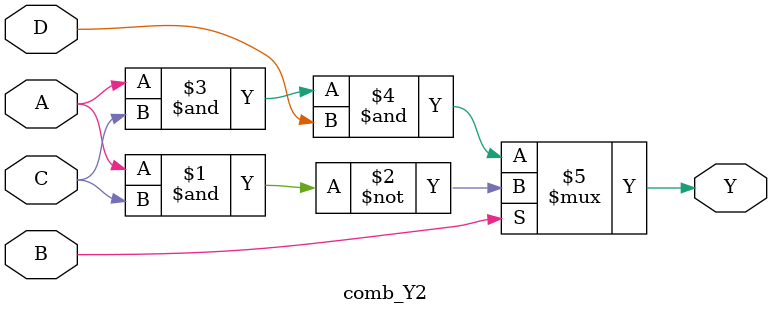
<source format=v>
`timescale 1ns / 1 ns

module comb_Y2(output Y, input A, B, C, D);

assign Y = B ? ~(A & C) : (A & C & D);

endmodule

</source>
